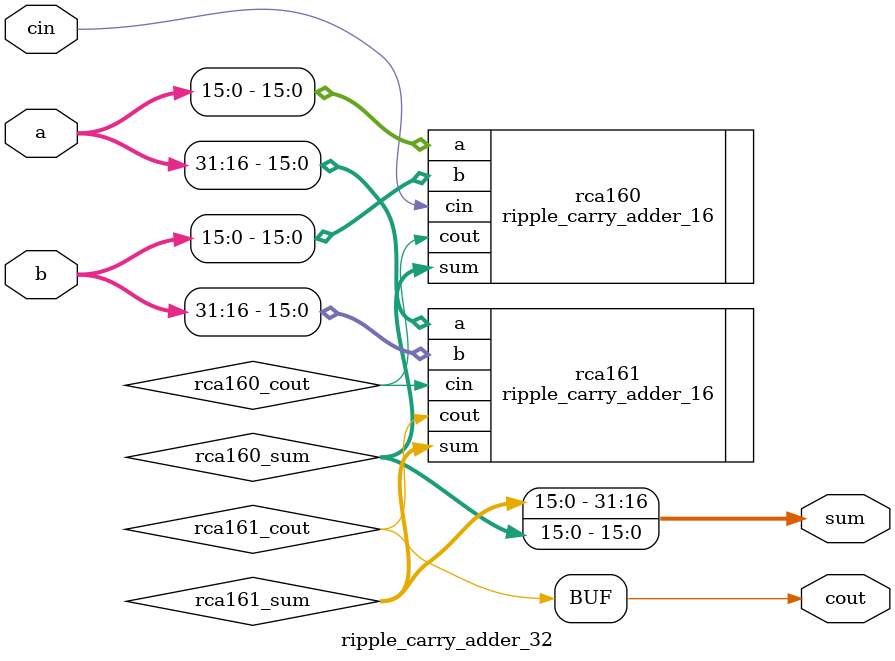
<source format=v>
`include "../../src/verilog/ripple_carry_adder_16.v"

module ripple_carry_adder_32(
    input wire [31:0] a,
    input wire [31:0] b,
    input wire cin,
    output wire cout,
    output wire [31:0] sum
);

wire rca160_cout;
wire [15:0] rca160_sum;
wire rca161_cout;
wire [15:0] rca161_sum;

ripple_carry_adder_16 rca160(
    .a(a[15:0]),
    .b(b[15:0]),
    .cin(cin),
    .cout(rca160_cout),
    .sum(rca160_sum)
);

ripple_carry_adder_16 rca161(
    .a(a[31:16]),
    .b(b[31:16]),
    .cin(rca160_cout),
    .cout(rca161_cout),
    .sum(rca161_sum)
);

assign cout = rca161_cout;
assign sum = {rca161_sum, rca160_sum};

endmodule
</source>
